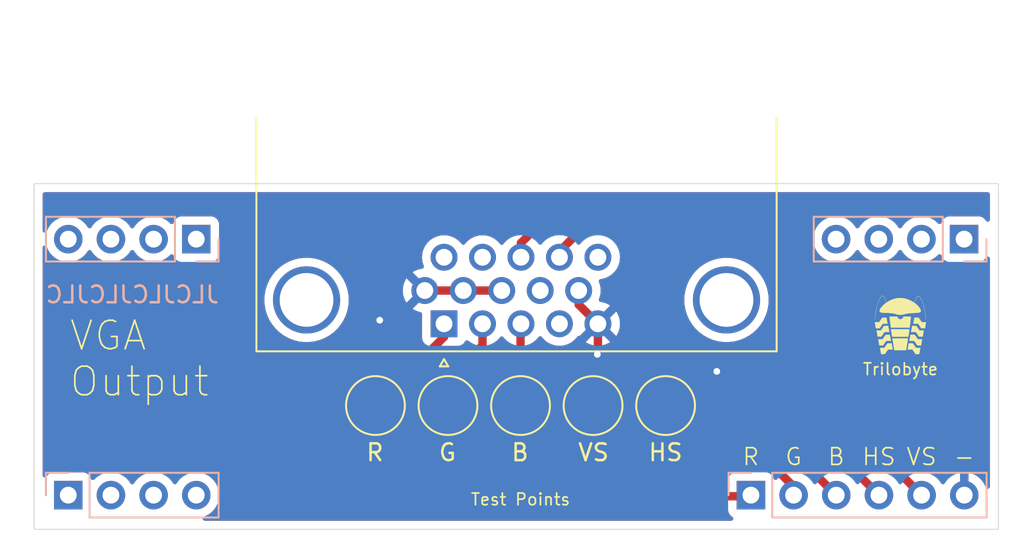
<source format=kicad_pcb>
(kicad_pcb (version 20211014) (generator pcbnew)
  (layers (0 "F.Cu" signal) (31 "B.Cu" signal) (34 "B.Paste" user) (35 "F.Paste" user) (36 "B.SilkS" user "B.Silkscreen") (37 "F.SilkS" user "F.Silkscreen") (38 "B.Mask" user) (39 "F.Mask" user) (44 "Edge.Cuts" user))
  (net 0 "")
  (net 7 "VGA_RED")
  (net 8 "VGA_GREEN")
  (net 9 "VGA_BLUE")
  (net 10 "GND")
  (net 11 "HSYNC")
  (net 12 "VSYNC")
  (footprint "TestPoint:TestPoint_Pad_D3.0mm" (layer "F.Cu") (at 147.574 100.076)
    (fp_text reference "TP1" hide)
    (fp_text value "TestPoint_Probe" hide)
    (fp_circle (center 0 0) (end 0 1.75) (layer "F.SilkS") (width 0.12) (fill none))
    (pad "1" smd circle locked (at 0 0) (size 3 3) (layers "F.Cu" "F.Mask") (net 9 "VGA_BLUE"))
  )
  (footprint "Stephenv6:trilobyte-logo-tiny" (layer "F.Cu") (at 170.18 89.408)
    (fp_text reference "REF**" hide)
    (fp_text value "trilobyte-logo-tiny" hide)
    (fp_line (start 1.18856 4.238838) (end 1.210349 4.268917) (layer "F.SilkS") (width 0.013229))
    (fp_line (start -1.47656 5.210416) (end -1.499947 5.371484) (layer "F.SilkS") (width 0.013229))
    (fp_line (start 1.210349 4.268917) (end 1.252942 4.340618) (layer "F.SilkS") (width 0.013229))
    (fp_line (start 1.089605 4.160794) (end 1.108118 4.167306) (layer "F.SilkS") (width 0.013229))
    (fp_line (start -0.985756 4.167441) (end -1.001398 4.154511) (layer "F.SilkS") (width 0.013229))
    (fp_line (start -1.308313 4.495001) (end -1.341206 4.594051) (layer "F.SilkS") (width 0.013229))
    (fp_line (start -1.017583 4.145139) (end -1.034326 4.13949) (layer "F.SilkS") (width 0.013229))
    (fp_line (start -1.051645 4.137731) (end -1.069555 4.140024) (layer "F.SilkS") (width 0.013229))
    (fp_line (start -0.82438 4.584313) (end -0.84485 4.497365) (layer "F.SilkS") (width 0.013229))
    (fp_line (start -1.190348 4.248147) (end -1.190348 4.248147) (layer "F.SilkS") (width 0.013229))
    (fp_line (start 1.054383 4.16026) (end 1.071699 4.1585) (layer "F.SilkS") (width 0.013229))
    (fp_line (start -1.069555 4.140024) (end -1.088073 4.146536) (layer "F.SilkS") (width 0.013229))
    (fp_line (start -0.787086 4.771878) (end -0.82438 4.584313) (layer "F.SilkS") (width 0.013229))
    (fp_line (start 0.961979 4.246704) (end 0.990699 4.204535) (layer "F.SilkS") (width 0.013229))
    (fp_line (start 0.807092 4.792648) (end 0.844399 4.605083) (layer "F.SilkS") (width 0.013229))
    (fp_line (start 0.773786 4.989642) (end 0.807092 4.792648) (layer "F.SilkS") (width 0.013229))
    (fp_line (start -1.190348 4.248147) (end -1.232963 4.319849) (layer "F.SilkS") (width 0.013229))
    (fp_line (start 1.021458 4.17528) (end 1.037641 4.165909) (layer "F.SilkS") (width 0.013229))
    (fp_line (start -1.168547 4.218069) (end -1.190348 4.248147) (layer "F.SilkS") (width 0.013229))
    (fp_line (start 0.886745 4.437504) (end 0.910131 4.364508) (layer "F.SilkS") (width 0.013229))
    (fp_line (start 1.167459 4.213803) (end 1.18856 4.238838) (layer "F.SilkS") (width 0.013229))
    (fp_line (start 1.037641 4.165909) (end 1.054383 4.16026) (layer "F.SilkS") (width 0.013229))
    (fp_line (start 0.935166 4.300469) (end 0.961979 4.246704) (layer "F.SilkS") (width 0.013229))
    (fp_line (start -1.232963 4.319849) (end -1.272259 4.402867) (layer "F.SilkS") (width 0.013229))
    (fp_line (start -1.397819 4.804102) (end -1.442727 5.015423) (layer "F.SilkS") (width 0.013229))
    (fp_line (start 0.844399 4.605083) (end 0.864877 4.518135) (layer "F.SilkS") (width 0.013229))
    (fp_line (start -1.272259 4.402867) (end -1.308313 4.495001) (layer "F.SilkS") (width 0.013229))
    (fp_line (start -0.753785 4.968872) (end -0.787086 4.771878) (layer "F.SilkS") (width 0.013229))
    (fp_line (start -1.499947 5.371484) (end -1.517902 5.521455) (layer "F.SilkS") (width 0.013229))
    (fp_line (start -1.107215 4.157432) (end -1.126997 4.172876) (layer "F.SilkS") (width 0.013229))
    (fp_line (start 0.864877 4.518135) (end 0.886745 4.437504) (layer "F.SilkS") (width 0.013229))
    (fp_line (start -0.890087 4.343738) (end -0.915115 4.279699) (layer "F.SilkS") (width 0.013229))
    (fp_line (start 1.51993 5.392142) (end 1.537903 5.542092) (layer "F.SilkS") (width 0.013229))
    (fp_line (start 1.108118 4.167306) (end 1.127254 4.178202) (layer "F.SilkS") (width 0.013229))
    (fp_line (start 1.127254 4.178202) (end 1.147029 4.193646) (layer "F.SilkS") (width 0.013229))
    (fp_line (start -1.126997 4.172876) (end -1.147436 4.193033) (layer "F.SilkS") (width 0.013229))
    (fp_line (start -0.866709 4.416734) (end -0.890087 4.343738) (layer "F.SilkS") (width 0.013229))
    (fp_line (start 1.496527 5.231095) (end 1.51993 5.392142) (layer "F.SilkS") (width 0.013229))
    (fp_line (start -0.97064 4.183765) (end -0.985756 4.167441) (layer "F.SilkS") (width 0.013229))
    (fp_line (start -1.034326 4.13949) (end -1.051645 4.137731) (layer "F.SilkS") (width 0.013229))
    (fp_line (start -1.442727 5.015423) (end -1.47656 5.210416) (layer "F.SilkS") (width 0.013229))
    (fp_line (start 0.990699 4.204535) (end 1.005816 4.188211) (layer "F.SilkS") (width 0.013229))
    (fp_line (start 1.292222 4.423631) (end 1.328265 4.515758) (layer "F.SilkS") (width 0.013229))
    (fp_line (start 1.390957 4.718557) (end 1.417762 4.82483) (layer "F.SilkS") (width 0.013229))
    (fp_line (start 1.252942 4.340618) (end 1.292222 4.423631) (layer "F.SilkS") (width 0.013229))
    (fp_line (start -0.915115 4.279699) (end -0.941923 4.225934) (layer "F.SilkS") (width 0.013229))
    (fp_line (start 1.005816 4.188211) (end 1.021458 4.17528) (layer "F.SilkS") (width 0.013229))
    (fp_line (start -1.088073 4.146536) (end -1.107215 4.157432) (layer "F.SilkS") (width 0.013229))
    (fp_line (start 1.147029 4.193646) (end 1.167459 4.213803) (layer "F.SilkS") (width 0.013229))
    (fp_line (start 1.361151 4.6148) (end 1.390957 4.718557) (layer "F.SilkS") (width 0.013229))
    (fp_line (start -1.001398 4.154511) (end -1.017583 4.145139) (layer "F.SilkS") (width 0.013229))
    (fp_line (start 1.417762 4.82483) (end 1.462679 5.036126) (layer "F.SilkS") (width 0.013229))
    (fp_line (start -1.341206 4.594051) (end -1.371015 4.697818) (layer "F.SilkS") (width 0.013229))
    (fp_line (start -1.147436 4.193033) (end -1.168547 4.218069) (layer "F.SilkS") (width 0.013229))
    (fp_line (start 1.328265 4.515758) (end 1.361151 4.6148) (layer "F.SilkS") (width 0.013229))
    (fp_line (start -0.84485 4.497365) (end -0.866709 4.416734) (layer "F.SilkS") (width 0.013229))
    (fp_line (start -1.371015 4.697818) (end -1.397819 4.804102) (layer "F.SilkS") (width 0.013229))
    (fp_line (start -0.941923 4.225934) (end -0.97064 4.183765) (layer "F.SilkS") (width 0.013229))
    (fp_line (start 1.210349 4.268917) (end 1.210349 4.268917) (layer "F.SilkS") (width 0.013229))
    (fp_line (start 1.462679 5.036126) (end 1.496527 5.231095) (layer "F.SilkS") (width 0.013229))
    (fp_line (start 1.071699 4.1585) (end 1.089605 4.160794) (layer "F.SilkS") (width 0.013229))
    (fp_line (start 0.910131 4.364508) (end 0.935166 4.300469) (layer "F.SilkS") (width 0.013229))
    (fp_poly (pts (xy -0.46539 6.67398) (xy -0.352942 7.371156) (xy 0.347014 7.371156) (xy 0.459462 6.67398) (xy -0.46539 6.67398)) (layer "F.SilkS") (width 0.013229) (fill solid))
    (fp_poly (pts (xy -0.00303 4.266536) (xy -0.069113 4.268348) (xy -0.13437 4.273651) (xy -0.198703 4.282246) (xy -0.262016 4.293934) (xy -0.32421 4.308515) (xy -0.38519 4.32579) (xy -0.444857 4.34556) (xy -0.503115 4.367625) (xy -0.615016 4.417845) (xy -0.720114 4.474856) (xy -0.817634 4.537063) (xy -0.906797 4.602871) (xy -0.986828 4.670687) (xy -1.056949 4.738917) (xy -1.116383 4.805965) (xy -1.164355 4.870239) (xy -1.200085 4.930143) (xy -1.222799 4.984083) (xy -1.229031 5.008318) (xy -1.231718 5.030465) (xy -1.230762 5.050323) (xy -1.226067 5.067695) (xy -1.219423 5.079972) (xy -1.210251 5.09087) (xy -1.198654 5.100477) (xy -1.184733 5.108882) (xy -1.168593 5.116176) (xy -1.150335 5.122447) (xy -1.130063 5.127785) (xy -1.107878 5.13228) (xy -1.058184 5.139097) (xy -1.002073 5.143613) (xy -0.87389 5.148607) (xy -0.729899 5.152988) (xy -0.65403 5.156737) (xy -0.576674 5.162479) (xy -0.498651 5.170931) (xy -0.420785 5.182808) (xy -0.382167 5.190254) (xy -0.343895 5.198825) (xy -0.306074 5.208609) (xy -0.268804 5.219698) (xy -0.237212 5.229651) (xy -0.205341 5.238342) (xy -0.17323 5.24577) (xy -0.140914 5.251933) (xy -0.108432 5.256832) (xy -0.07582 5.260466) (xy -0.043116 5.262834) (xy -0.010356 5.263936) (xy 0.022421 5.263771) (xy 0.05518 5.262339) (xy 0.087882 5.259639) (xy 0.120491 5.255671) (xy 0.15297 5.250434) (xy 0.185281 5.243928) (xy 0.217387 5.236152) (xy 0.249251 5.227106) (xy 0.326672 5.207381) (xy 0.405603 5.192106) (xy 0.485243 5.180607) (xy 0.564789 5.172209) (xy 0.720386 5.162017) (xy 0.865977 5.156131) (xy 0.995141 5.149154) (xy 1.051557 5.14357) (xy 1.101458 5.135688) (xy 1.144043 5.124835) (xy 1.178509 5.110334) (xy 1.192447 5.101506) (xy 1.204054 5.091512) (xy 1.213229 5.08027) (xy 1.219874 5.067695) (xy 1.224588 5.049974) (xy 1.225549 5.029809) (xy 1.222856 5.007398) (xy 1.216606 4.982938) (xy 1.206899 4.956625) (xy 1.193833 4.928658) (xy 1.177505 4.899232) (xy 1.158015 4.868546) (xy 1.13546 4.836796) (xy 1.109939 4.80418) (xy 1.08155 4.770895) (xy 1.050391 4.737138) (xy 1.016561 4.703106) (xy 0.980158 4.668996) (xy 0.94128 4.635006) (xy 0.900026 4.601333) (xy 0.856493 4.568174) (xy 0.810781 4.535726) (xy 0.762987 4.504186) (xy 0.71321 4.473751) (xy 0.661548 4.444619) (xy 0.608099 4.416987) (xy 0.552962 4.391052) (xy 0.496234 4.367012) (xy 0.438015 4.345062) (xy 0.378403 4.325401) (xy 0.317495 4.308226) (xy 0.255391 4.293733) (xy 0.192188 4.282121) (xy 0.127984 4.273586) (xy 0.062879 4.268325) (xy -0.00303 4.266536)) (layer "F.SilkS") (width 0.013229) (fill solid))
    (fp_poly (pts (xy -0.643983 5.370907) (xy -0.174877 5.370907) (xy -0.174098 5.37687) (xy -0.173147 5.382805) (xy -0.172026 5.388707) (xy -0.170736 5.394574) (xy -0.169277 5.4004) (xy -0.16765 5.406184) (xy -0.165856 5.41192) (xy -0.163897 5.417606) (xy -0.162846 5.420012) (xy -0.161749 5.422396) (xy -0.160607 5.424757) (xy -0.15942 5.427094) (xy -0.158188 5.429406) (xy -0.156912 5.431694) (xy -0.155592 5.433956) (xy -0.154229 5.436192) (xy -0.152823 5.438401) (xy -0.151373 5.440583) (xy -0.149882 5.442736) (xy -0.148349 5.444861) (xy -0.146774 5.446956) (xy -0.145158 5.449022) (xy -0.143501 5.451056) (xy -0.141804 5.45306) (xy -0.139515 5.455978) (xy -0.137175 5.458852) (xy -0.134784 5.461681) (xy -0.132342 5.464465) (xy -0.12985 5.467202) (xy -0.127309 5.469892) (xy -0.124719 5.472535) (xy -0.122081 5.475129) (xy -0.119397 5.477675) (xy -0.116665 5.480171) (xy -0.113888 5.482617) (xy -0.111066 5.485012) (xy -0.108199 5.487355) (xy -0.105289 5.489647) (xy -0.102335 5.491885) (xy -0.099339 5.494071) (xy -0.095465 5.49671) (xy -0.091534 5.499255) (xy -0.087548 5.501704) (xy -0.083508 5.504058) (xy -0.079415 5.506314) (xy -0.075273 5.508472) (xy -0.071082 5.510532) (xy -0.066844 5.512492) (xy -0.062561 5.514352) (xy -0.058235 5.516111) (xy -0.053868 5.517768) (xy -0.049461 5.519322) (xy -0.045016 5.520773) (xy -0.040535 5.52212) (xy -0.03602 5.523361) (xy -0.031473 5.524497) (xy -0.027056 5.525552) (xy -0.022616 5.5265) (xy -0.018156 5.52734) (xy -0.013678 5.528073) (xy -0.009184 5.528698) (xy -0.004675 5.529214) (xy -0.000154 5.529622) (xy 0.004378 5.529922) (xy 0.008588 5.530073) (xy 0.012799 5.530125) (xy 0.01701 5.530076) (xy 0.021217 5.529928) (xy 0.025419 5.529679) (xy 0.029615 5.52933) (xy 0.033802 5.528882) (xy 0.03798 5.528334) (xy 0.042011 5.527593) (xy 0.046021 5.526761) (xy 0.050008 5.525841) (xy 0.05397 5.524831) (xy 0.057907 5.523733) (xy 0.061817 5.522548) (xy 0.065698 5.521275) (xy 0.069549 5.519915) (xy 0.073369 5.518469) (xy 0.077155 5.516937) (xy 0.080907 5.51532) (xy 0.084623 5.513618) (xy 0.088302 5.511833) (xy 0.091942 5.509964) (xy 0.095541 5.508011) (xy 0.099099 5.505976) (xy 0.102816 5.503865) (xy 0.106485 5.501676) (xy 0.110102 5.49941) (xy 0.113669 5.497068) (xy 0.117182 5.494651) (xy 0.120641 5.492159) (xy 0.124046 5.489595) (xy 0.127394 5.486959) (xy 0.130684 5.484251) (xy 0.133917 5.481473) (xy 0.137089 5.478625) (xy 0.140201 5.475709) (xy 0.14325 5.472726) (xy 0.146237 5.469675) (xy 0.149159 5.466559) (xy 0.152016 5.463379) (xy 0.15456 5.46061) (xy 0.15703 5.457782) (xy 0.159426 5.454895) (xy 0.161747 5.45195) (xy 0.163991 5.44895) (xy 0.166158 5.445896) (xy 0.168247 5.442789) (xy 0.170256 5.439632) (xy 0.172185 5.436424) (xy 0.174034 5.433169) (xy 0.1758 5.429867) (xy 0.177483 5.42652) (xy 0.179083 5.423129) (xy 0.180598 5.419696) (xy 0.182026 5.416223) (xy 0.183369 5.412711) (xy 0.184965 5.407551) (xy 0.186493 5.40237) (xy 0.187952 5.39717) (xy 0.189343 5.391952) (xy 0.190665 5.386716) (xy 0.191918 5.381463) (xy 0.193102 5.376193) (xy 0.194217 5.370907) (xy 0.634483 5.370907) (xy 0.559474 6.024692) (xy -0.555877 6.024692) (xy -0.643983 5.370907)) (layer "F.SilkS") (width 0.013229) (fill solid))
    (fp_poly (pts (xy 0.504838 6.969519) (xy 0.439221 7.330279) (xy 0.724706 7.330279) (xy 0.911767 7.60227) (xy 1.129783 7.60227) (xy 1.191431 7.239527) (xy 0.940739 7.241511) (xy 0.745873 6.969519) (xy 0.504838 6.969519)) (layer "F.SilkS") (width 0.013229) (fill solid))
    (fp_poly (pts (xy 0.845621 5.434804) (xy 0.780004 5.795431) (xy 1.06549 5.795431) (xy 1.25255 6.067422) (xy 1.470566 6.067422) (xy 1.532214 5.704811) (xy 1.281522 5.706795) (xy 1.086656 5.434804) (xy 0.845621 5.434804)) (layer "F.SilkS") (width 0.013229) (fill solid))
    (fp_poly (pts (xy -0.825091 5.434804) (xy -0.759606 5.795431) (xy -1.045092 5.795431) (xy -1.232152 6.067422) (xy -1.450169 6.067422) (xy -1.511817 5.704811) (xy -1.261124 5.706795) (xy -1.066258 5.434804) (xy -0.825091 5.434804)) (layer "F.SilkS") (width 0.013229) (fill solid))
    (fp_poly (pts (xy 0.612523 6.455963) (xy 0.547039 6.81659) (xy 0.832392 6.81659) (xy 1.019584 7.088582) (xy 1.237469 7.088582) (xy 1.299249 6.72597) (xy 1.048556 6.727955) (xy 0.853691 6.455963) (xy 0.612523 6.455963)) (layer "F.SilkS") (width 0.013229) (fill solid))
    (fp_poly (pts (xy -0.620965 6.455963) (xy -0.55548 6.81659) (xy -0.840833 6.81659) (xy -1.028026 7.088582) (xy -1.24591 7.088582) (xy -1.307691 6.72597) (xy -1.056866 6.727955) (xy -0.862132 6.455963) (xy -0.620965 6.455963)) (layer "F.SilkS") (width 0.013229) (fill solid))
    (fp_poly (pts (xy -0.301348 4.606922) (xy -0.30145 4.607871) (xy -0.30172 4.609548) (xy -0.302538 4.614033) (xy -0.303729 4.620152) (xy -0.314845 4.62122) (xy -0.325934 4.622514) (xy -0.336992 4.624032) (xy -0.348016 4.625774) (xy -0.359003 4.627739) (xy -0.369948 4.629927) (xy -0.380849 4.632336) (xy -0.391702 4.634968) (xy -0.397398 4.636709) (xy -0.40307 4.638525) (xy -0.408716 4.640416) (xy -0.414337 4.64238) (xy -0.419932 4.644419) (xy -0.425499 4.646531) (xy -0.431039 4.648716) (xy -0.43655 4.650975) (xy -0.438162 4.651618) (xy -0.439975 4.652373) (xy -0.444504 4.654316) (xy -0.450744 4.657003) (xy -0.459304 4.660633) (xy -0.482323 4.670422) (xy -0.48719 4.672742) (xy -0.492019 4.675137) (xy -0.49681 4.677607) (xy -0.501562 4.680151) (xy -0.506273 4.682769) (xy -0.510944 4.68546) (xy -0.515572 4.688223) (xy -0.520158 4.691059) (xy -0.525081 4.694723) (xy -0.52995 4.698538) (xy -0.539654 4.706439) (xy -0.544556 4.710431) (xy -0.549533 4.714389) (xy -0.554619 4.718266) (xy -0.557212 4.72016) (xy -0.559846 4.722016) (xy -0.560278 4.722556) (xy -0.560719 4.723088) (xy -0.561169 4.723612) (xy -0.561628 4.724129) (xy -0.562096 4.724638) (xy -0.562572 4.725139) (xy -0.563056 4.725632) (xy -0.563549 4.726117) (xy -0.564348 4.726898) (xy -0.565077 4.727576) (xy -0.565766 4.728187) (xy -0.566444 4.728763) (xy -0.567884 4.729949) (xy -0.568706 4.730628) (xy -0.569635 4.731409) (xy -0.574662 4.736436) (xy -0.581938 4.744638) (xy -0.586833 4.750326) (xy -0.591159 4.748767) (xy -0.595439 4.747094) (xy -0.599671 4.745308) (xy -0.603853 4.743409) (xy -0.607983 4.7414) (xy -0.612059 4.739281) (xy -0.616078 4.737052) (xy -0.620038 4.734716) (xy -0.622086 4.733576) (xy -0.624096 4.732377) (xy -0.626066 4.73112) (xy -0.627996 4.729806) (xy -0.629883 4.728436) (xy -0.631728 4.727011) (xy -0.633529 4.725532) (xy -0.635284 4.724001) (xy -0.636993 4.722418) (xy -0.638654 4.720784) (xy -0.640266 4.719101) (xy -0.641828 4.717369) (xy -0.64334 4.71559) (xy -0.644799 4.713764) (xy -0.646204 4.711893) (xy -0.647555 4.709977) (xy -0.657609 4.691457) (xy -0.641734 4.673862) (xy -0.635913 4.667925) (xy -0.63113 4.663091) (xy -0.628998 4.660961) (xy -0.627315 4.65931) (xy -0.623572 4.655681) (xy -0.619768 4.652119) (xy -0.615903 4.648625) (xy -0.611978 4.645198) (xy -0.607994 4.641841) (xy -0.603952 4.638553) (xy -0.599853 4.635336) (xy -0.595697 4.63219) (xy -0.592168 4.629313) (xy -0.588592 4.626497) (xy -0.584971 4.623741) (xy -0.581303 4.621046) (xy -0.577592 4.618414) (xy -0.573836 4.615843) (xy -0.570037 4.613336) (xy -0.566196 4.610892) (xy -0.564048 4.609563) (xy -0.561863 4.608246) (xy -0.557332 4.6056) (xy -0.547278 4.599911) (xy -0.540529 4.596182) (xy -0.535157 4.593297) (xy -0.531149 4.591205) (xy -0.528493 4.589857) (xy -0.516851 4.584036) (xy -0.501875 4.577167) (xy -0.486736 4.570687) (xy -0.47144 4.564597) (xy -0.455997 4.558902) (xy -0.440413 4.553604) (xy -0.424696 4.548705) (xy -0.408854 4.544208) (xy -0.392894 4.540116) (xy -0.378848 4.537192) (xy -0.364865 4.534588) (xy -0.351501 4.532325) (xy -0.339316 4.530425) (xy -0.313519 4.526886) (xy -0.312543 4.529197) (xy -0.310178 4.534956) (xy -0.308739 4.538578) (xy -0.307268 4.542401) (xy -0.305872 4.546206) (xy -0.304655 4.549773) (xy -0.303712 4.553266) (xy -0.302866 4.55678) (xy -0.302119 4.560311) (xy -0.301469 4.563858) (xy -0.300917 4.567419) (xy -0.300463 4.570992) (xy -0.300108 4.574575) (xy -0.29985 4.578165) (xy -0.299692 4.581761) (xy -0.299632 4.585361) (xy -0.29967 4.588962) (xy -0.299808 4.592563) (xy -0.300044 4.596162) (xy -0.300379 4.599756) (xy -0.300814 4.603344) (xy -0.301348 4.606922)) (layer "F.SilkS") (width 0.013229) (fill solid))
    (fp_poly (pts (xy -0.513279 6.969519) (xy -0.447662 7.330279) (xy -0.733148 7.330279) (xy -0.920208 7.60227) (xy -1.138225 7.60227) (xy -1.199873 7.239527) (xy -0.94918 7.241511) (xy -0.754314 6.969519) (xy -0.513279 6.969519)) (layer "F.SilkS") (width 0.013229) (fill solid))
    (fp_poly (pts (xy -0.55548 6.131452) (xy 0.546509 6.131452) (xy 0.481951 6.567088) (xy -0.479545 6.567088) (xy -0.55548 6.131452)) (layer "F.SilkS") (width 0.013229) (fill solid))
    (fp_poly (pts (xy -0.720448 5.929045) (xy -0.654963 6.289804) (xy -0.940449 6.289804) (xy -1.127509 6.561796) (xy -1.345394 6.561796) (xy -1.407174 6.199185) (xy -1.156481 6.201037) (xy -0.961616 5.929045) (xy -0.720448 5.929045)) (layer "F.SilkS") (width 0.013229) (fill solid))
    (fp_poly (pts (xy 0.591489 4.7199) (xy 0.588609 4.722146) (xy 0.585669 4.72431) (xy 0.582672 4.726392) (xy 0.579619 4.728389) (xy 0.576512 4.7303) (xy 0.573352 4.732125) (xy 0.570142 4.733862) (xy 0.566882 4.73551) (xy 0.565314 4.734224) (xy 0.561277 4.730979) (xy 0.558646 4.728908) (xy 0.555776 4.726692) (xy 0.552791 4.724445) (xy 0.549817 4.722281) (xy 0.547521 4.720793) (xy 0.545204 4.719338) (xy 0.542868 4.717915) (xy 0.540512 4.716525) (xy 0.538137 4.715169) (xy 0.535743 4.713846) (xy 0.53333 4.712556) (xy 0.530899 4.711301) (xy 0.520299 4.70505) (xy 0.513728 4.701106) (xy 0.506425 4.696617) (xy 0.482745 4.685768) (xy 0.478228 4.683897) (xy 0.472806 4.681717) (xy 0.469752 4.680537) (xy 0.466467 4.679313) (xy 0.462949 4.678054) (xy 0.459197 4.676772) (xy 0.447902 4.673267) (xy 0.441058 4.671191) (xy 0.433532 4.668967) (xy 0.42064 4.665311) (xy 0.412848 4.663193) (xy 0.404213 4.660947) (xy 0.394779 4.65862) (xy 0.384586 4.656261) (xy 0.373678 4.653917) (xy 0.362095 4.651637) (xy 0.351921 4.649786) (xy 0.341721 4.648099) (xy 0.331496 4.646577) (xy 0.321249 4.645221) (xy 0.310981 4.64403) (xy 0.300695 4.643004) (xy 0.290391 4.642144) (xy 0.280074 4.641451) (xy 0.278916 4.632802) (xy 0.277953 4.624875) (xy 0.277516 4.620852) (xy 0.277163 4.617109) (xy 0.276691 4.612367) (xy 0.276377 4.607617) (xy 0.276222 4.602861) (xy 0.276226 4.598103) (xy 0.276388 4.593349) (xy 0.276709 4.588601) (xy 0.277187 4.583864) (xy 0.277825 4.579142) (xy 0.278632 4.575153) (xy 0.279516 4.571182) (xy 0.280477 4.56723) (xy 0.281515 4.563298) (xy 0.282629 4.559387) (xy 0.283818 4.555497) (xy 0.285083 4.551631) (xy 0.286423 4.547788) (xy 0.286424 4.547788) (xy 0.309525 4.55017) (xy 0.320343 4.551393) (xy 0.332132 4.552811) (xy 0.344372 4.554397) (xy 0.356538 4.556123) (xy 0.366155 4.557602) (xy 0.375748 4.559216) (xy 0.385316 4.560966) (xy 0.394859 4.56285) (xy 0.404373 4.56487) (xy 0.413859 4.567023) (xy 0.423314 4.569311) (xy 0.432738 4.571733) (xy 0.44153 4.574085) (xy 0.450284 4.576569) (xy 0.458999 4.579185) (xy 0.467672 4.581932) (xy 0.476303 4.58481) (xy 0.48489 4.587818) (xy 0.493432 4.590956) (xy 0.501926 4.594223) (xy 0.515156 4.599647) (xy 0.522316 4.602458) (xy 0.525927 4.603926) (xy 0.529576 4.605468) (xy 0.533807 4.607359) (xy 0.53882 4.609685) (xy 0.549155 4.614596) (xy 0.553969 4.617186) (xy 0.558496 4.619689) (xy 0.566733 4.624386) (xy 0.573954 4.628586) (xy 0.580244 4.632191) (xy 0.583443 4.633977) (xy 0.586617 4.635806) (xy 0.589766 4.637678) (xy 0.592889 4.639593) (xy 0.595986 4.641549) (xy 0.599056 4.643548) (xy 0.602099 4.645588) (xy 0.605114 4.647669) (xy 0.60785 4.649735) (xy 0.610547 4.651849) (xy 0.613205 4.654011) (xy 0.615823 4.656222) (xy 0.618401 4.658479) (xy 0.620937 4.660783) (xy 0.623432 4.663133) (xy 0.625884 4.665528) (xy 0.608422 4.696881) (xy 0.607693 4.698537) (xy 0.606917 4.700169) (xy 0.606095 4.701775) (xy 0.605227 4.703354) (xy 0.604313 4.704906) (xy 0.603356 4.706429) (xy 0.602354 4.707924) (xy 0.60131 4.709388) (xy 0.600223 4.710821) (xy 0.599095 4.712222) (xy 0.597926 4.713589) (xy 0.596716 4.714923) (xy 0.595467 4.716222) (xy 0.594178 4.717485) (xy 0.592852 4.718711) (xy 0.591488 4.7199) (xy 0.591489 4.7199)) (layer "F.SilkS") (width 0.013229) (fill solid))
    (fp_poly (pts (xy 0.712006 5.929045) (xy 0.646522 6.289804) (xy 0.932007 6.289804) (xy 1.119068 6.561796) (xy 1.337084 6.561796) (xy 1.398732 6.199185) (xy 1.14804 6.201037) (xy 0.953174 5.929045) (xy 0.712006 5.929045)) (layer "F.SilkS") (width 0.013229) (fill solid))
  )
  (footprint "TestPoint:TestPoint_Pad_D3.0mm" (layer "F.Cu") (at 156.21 100.076)
    (fp_text reference "TP4" hide)
    (fp_text value "TestPoint_Probe" hide)
    (fp_circle (center 0 0) (end 0 1.75) (layer "F.SilkS") (width 0.12) (fill none))
    (pad "1" smd circle locked (at 0 0) (size 3 3) (layers "F.Cu" "F.Mask") (net 11 "HSYNC"))
  )
  (footprint "TestPoint:TestPoint_Pad_D3.0mm" (layer "F.Cu") (at 151.892 100.076)
    (fp_text reference "TP5" hide)
    (fp_text value "TestPoint_Probe" hide)
    (fp_circle (center 0 0) (end 0 1.75) (layer "F.SilkS") (width 0.12) (fill none))
    (pad "1" smd circle locked (at 0 0) (size 3 3) (layers "F.Cu" "F.Mask") (net 12 "VSYNC"))
  )
  (footprint "TestPoint:TestPoint_Pad_D3.0mm" (layer "F.Cu") (at 143.256 100.076)
    (fp_text reference "TP2" hide)
    (fp_text value "TestPoint_Probe" hide)
    (fp_circle (center 0 0) (end 0 1.75) (layer "F.SilkS") (width 0.12) (fill none))
    (pad "1" smd circle locked (at 0 0) (size 3 3) (layers "F.Cu" "F.Mask") (net 8 "VGA_GREEN"))
  )
  (footprint "Connector_Dsub:DSUB-15-HD_Female_Horizontal_P2.29x1.98mm_EdgePinOffset8.35mm_Housed_MountingHolesOffset10.89mm" (layer "F.Cu") (at 143.02 95.208331 180)
    (fp_text reference "J1" hide)
    (fp_text value "DB15_Male_HighDensity_MountingHoles" hide)
    (fp_line (start -19.8 12.25) (end -19.8 -1.64) (layer "F.SilkS") (width 0.12))
    (fp_line (start 11.17 -1.64) (end 11.17 12.25) (layer "F.SilkS") (width 0.12))
    (fp_line (start 0 -2.101325) (end -0.25 -2.534338) (layer "F.SilkS") (width 0.12))
    (fp_line (start -19.8 -1.64) (end 11.17 -1.64) (layer "F.SilkS") (width 0.12))
    (fp_line (start 0.25 -2.534338) (end 0 -2.101325) (layer "F.SilkS") (width 0.12))
    (fp_line (start -0.25 -2.534338) (end 0.25 -2.534338) (layer "F.SilkS") (width 0.12))
    (pad "0" thru_hole circle locked (at -16.815 1.42 180) (size 4 4) (drill 3.2) (layers *.Cu *.Mask))
    (pad "0" thru_hole circle locked (at 8.185 1.42 180) (size 4 4) (drill 3.2) (layers *.Cu *.Mask))
    (pad "1" thru_hole rect locked (at 0 0 180) (size 1.6 1.6) (drill 1) (layers *.Cu *.Mask) (net 7 "VGA_RED"))
    (pad "2" thru_hole circle locked (at -2.29 0 180) (size 1.6 1.6) (drill 1) (layers *.Cu *.Mask) (net 8 "VGA_GREEN"))
    (pad "3" thru_hole circle locked (at -4.58 0 180) (size 1.6 1.6) (drill 1) (layers *.Cu *.Mask) (net 9 "VGA_BLUE"))
    (pad "4" thru_hole circle locked (at -6.87 0 180) (size 1.6 1.6) (drill 1) (layers *.Cu *.Mask))
    (pad "5" thru_hole circle locked (at -9.16 0 180) (size 1.6 1.6) (drill 1) (layers *.Cu *.Mask) (net 10 "GND"))
    (pad "6" thru_hole circle locked (at 1.145 1.98 180) (size 1.6 1.6) (drill 1) (layers *.Cu *.Mask) (net 10 "GND"))
    (pad "7" thru_hole circle locked (at -1.145 1.98 180) (size 1.6 1.6) (drill 1) (layers *.Cu *.Mask) (net 10 "GND"))
    (pad "8" thru_hole circle locked (at -3.435 1.98 180) (size 1.6 1.6) (drill 1) (layers *.Cu *.Mask) (net 10 "GND"))
    (pad "9" thru_hole circle locked (at -5.725 1.98 180) (size 1.6 1.6) (drill 1) (layers *.Cu *.Mask))
    (pad "10" thru_hole circle locked (at -8.015 1.98 180) (size 1.6 1.6) (drill 1) (layers *.Cu *.Mask) (net 10 "GND"))
    (pad "11" thru_hole circle locked (at 0 3.96 180) (size 1.6 1.6) (drill 1) (layers *.Cu *.Mask))
    (pad "12" thru_hole circle locked (at -2.29 3.96 180) (size 1.6 1.6) (drill 1) (layers *.Cu *.Mask))
    (pad "13" thru_hole circle locked (at -4.58 3.96 180) (size 1.6 1.6) (drill 1) (layers *.Cu *.Mask) (net 11 "HSYNC"))
    (pad "14" thru_hole circle locked (at -6.87 3.96 180) (size 1.6 1.6) (drill 1) (layers *.Cu *.Mask) (net 12 "VSYNC"))
    (pad "15" thru_hole circle locked (at -9.16 3.96 180) (size 1.6 1.6) (drill 1) (layers *.Cu *.Mask))
  )
  (footprint "TestPoint:TestPoint_Pad_D3.0mm" (layer "F.Cu") (at 138.938 100.076)
    (fp_text reference "TP3" hide)
    (fp_text value "TestPoint_Probe" hide)
    (fp_circle (center 0 0) (end 0 1.75) (layer "F.SilkS") (width 0.12) (fill none))
    (pad "1" smd circle locked (at 0 0) (size 3 3) (layers "F.Cu" "F.Mask") (net 7 "VGA_RED"))
  )
  (footprint "Connector_PinHeader_2.54mm:PinHeader_1x04_P2.54mm_Vertical" (layer "B.Cu") (at 120.65 105.41 -90)
    (fp_text reference "J2" hide)
    (fp_text value "Conn_01x04" hide)
    (fp_line (start -1.33 -1.27) (end -1.33 -8.95) (layer "B.SilkS") (width 0.12))
    (fp_line (start -1.33 -8.95) (end 1.33 -8.95) (layer "B.SilkS") (width 0.12))
    (fp_line (start 1.33 -1.27) (end 1.33 -8.95) (layer "B.SilkS") (width 0.12))
    (fp_line (start -1.33 0) (end -1.33 1.33) (layer "B.SilkS") (width 0.12))
    (fp_line (start -1.33 -1.27) (end 1.33 -1.27) (layer "B.SilkS") (width 0.12))
    (fp_line (start -1.33 1.33) (end 0 1.33) (layer "B.SilkS") (width 0.12))
    (pad "1" thru_hole rect locked (at 0 0 270) (size 1.7 1.7) (drill 1) (layers *.Cu *.Mask))
    (pad "2" thru_hole oval locked (at 0 -2.54 270) (size 1.7 1.7) (drill 1) (layers *.Cu *.Mask))
    (pad "3" thru_hole oval locked (at 0 -5.08 270) (size 1.7 1.7) (drill 1) (layers *.Cu *.Mask))
    (pad "4" thru_hole oval locked (at 0 -7.62 270) (size 1.7 1.7) (drill 1) (layers *.Cu *.Mask))
  )
  (footprint "Connector_PinHeader_2.54mm:PinHeader_1x06_P2.54mm_Vertical" (layer "B.Cu") (at 161.29 105.41 -90)
    (fp_text reference "J3" hide)
    (fp_text value "Conn_01x06" hide)
    (fp_line (start -1.33 0) (end -1.33 1.33) (layer "B.SilkS") (width 0.12))
    (fp_line (start -1.33 -1.27) (end -1.33 -14.03) (layer "B.SilkS") (width 0.12))
    (fp_line (start 1.33 -1.27) (end 1.33 -14.03) (layer "B.SilkS") (width 0.12))
    (fp_line (start -1.33 1.33) (end 0 1.33) (layer "B.SilkS") (width 0.12))
    (fp_line (start -1.33 -14.03) (end 1.33 -14.03) (layer "B.SilkS") (width 0.12))
    (fp_line (start -1.33 -1.27) (end 1.33 -1.27) (layer "B.SilkS") (width 0.12))
    (pad "1" thru_hole rect locked (at 0 0 270) (size 1.7 1.7) (drill 1) (layers *.Cu *.Mask) (net 7 "VGA_RED"))
    (pad "2" thru_hole oval locked (at 0 -2.54 270) (size 1.7 1.7) (drill 1) (layers *.Cu *.Mask) (net 8 "VGA_GREEN"))
    (pad "3" thru_hole oval locked (at 0 -5.08 270) (size 1.7 1.7) (drill 1) (layers *.Cu *.Mask) (net 9 "VGA_BLUE"))
    (pad "4" thru_hole oval locked (at 0 -7.62 270) (size 1.7 1.7) (drill 1) (layers *.Cu *.Mask) (net 12 "VSYNC"))
    (pad "5" thru_hole oval locked (at 0 -10.16 270) (size 1.7 1.7) (drill 1) (layers *.Cu *.Mask) (net 11 "HSYNC"))
    (pad "6" thru_hole oval locked (at 0 -12.7 270) (size 1.7 1.7) (drill 1) (layers *.Cu *.Mask) (net 10 "GND"))
  )
  (footprint "Connector_PinHeader_2.54mm:PinHeader_1x04_P2.54mm_Vertical" (layer "B.Cu") (at 173.98 90.17 90)
    (fp_text reference "J5" hide)
    (fp_text value "Conn_01x04" hide)
    (fp_line (start 1.33 -1.27) (end 1.33 -8.95) (layer "B.SilkS") (width 0.12))
    (fp_line (start -1.33 0) (end -1.33 1.33) (layer "B.SilkS") (width 0.12))
    (fp_line (start -1.33 -1.27) (end -1.33 -8.95) (layer "B.SilkS") (width 0.12))
    (fp_line (start -1.33 -1.27) (end 1.33 -1.27) (layer "B.SilkS") (width 0.12))
    (fp_line (start -1.33 -8.95) (end 1.33 -8.95) (layer "B.SilkS") (width 0.12))
    (fp_line (start -1.33 1.33) (end 0 1.33) (layer "B.SilkS") (width 0.12))
    (pad "1" thru_hole rect locked (at 0 0 90) (size 1.7 1.7) (drill 1) (layers *.Cu *.Mask))
    (pad "2" thru_hole oval locked (at 0 -2.54 90) (size 1.7 1.7) (drill 1) (layers *.Cu *.Mask))
    (pad "3" thru_hole oval locked (at 0 -5.08 90) (size 1.7 1.7) (drill 1) (layers *.Cu *.Mask))
    (pad "4" thru_hole oval locked (at 0 -7.62 90) (size 1.7 1.7) (drill 1) (layers *.Cu *.Mask))
  )
  (footprint "Connector_PinHeader_2.54mm:PinHeader_1x04_P2.54mm_Vertical" (layer "B.Cu") (at 128.27 90.17 90)
    (fp_text reference "J4" hide)
    (fp_text value "Conn_01x04" hide)
    (fp_line (start -1.33 -8.95) (end 1.33 -8.95) (layer "B.SilkS") (width 0.12))
    (fp_line (start -1.33 -1.27) (end -1.33 -8.95) (layer "B.SilkS") (width 0.12))
    (fp_line (start -1.33 1.33) (end 0 1.33) (layer "B.SilkS") (width 0.12))
    (fp_line (start -1.33 -1.27) (end 1.33 -1.27) (layer "B.SilkS") (width 0.12))
    (fp_line (start 1.33 -1.27) (end 1.33 -8.95) (layer "B.SilkS") (width 0.12))
    (fp_line (start -1.33 0) (end -1.33 1.33) (layer "B.SilkS") (width 0.12))
    (pad "1" thru_hole rect locked (at 0 0 90) (size 1.7 1.7) (drill 1) (layers *.Cu *.Mask))
    (pad "2" thru_hole oval locked (at 0 -2.54 90) (size 1.7 1.7) (drill 1) (layers *.Cu *.Mask))
    (pad "3" thru_hole oval locked (at 0 -5.08 90) (size 1.7 1.7) (drill 1) (layers *.Cu *.Mask))
    (pad "4" thru_hole oval locked (at 0 -7.62 90) (size 1.7 1.7) (drill 1) (layers *.Cu *.Mask))
  )
  (gr_rect (start 118.618 86.868) (end 176.022 107.442) (layer "Edge.Cuts") (width 0.05) (fill none))
  (gr_text "JLCJLCJLCJLC" (at 124.46 93.472) (layer "B.SilkS") (effects (font (size 1 1)) (justify mirror)))
  (gr_text "HS" (at 156.21 102.87) (layer "F.SilkS") (effects (font (size 1 1))))
  (gr_text "VS" (at 171.45 103.124) (layer "F.SilkS") (effects (font (size 1 1) (thickness 0.1))))
  (gr_text "Trilobyte" (at 170.19 97.913442) (layer "F.SilkS") (effects (font (size 0.7 0.7) (thickness 0.1))))
  (gr_text "VS" (at 151.922 102.87) (layer "F.SilkS") (effects (font (size 1 1))))
  (gr_text "B" (at 166.37 103.124) (layer "F.SilkS") (effects (font (size 1 1) (thickness 0.1))))
  (gr_text "G" (at 163.83 103.124) (layer "F.SilkS") (effects (font (size 1 1) (thickness 0.1))))
  (gr_text "VGA\nOutput" (at 120.65 97.282) (layer "F.SilkS") (effects (font (size 1.7 1.7) (thickness 0.1)) (justify left)))
  (gr_text "-" (at 173.99 103.124) (layer "F.SilkS") (effects (font (size 1 1) (thickness 0.1))))
  (gr_text "Test Points" (at 147.574 105.664) (layer "F.SilkS") (effects (font (size 0.7 0.7) (thickness 0.1))))
  (gr_text "R" (at 161.29 103.124) (layer "F.SilkS") (effects (font (size 1 1) (thickness 0.1))))
  (gr_text "R" (at 138.908 102.87) (layer "F.SilkS") (effects (font (size 1 1))))
  (gr_text "HS" (at 168.91 103.124) (layer "F.SilkS") (effects (font (size 1 1) (thickness 0.1))))
  (gr_text "G" (at 143.226 102.87) (layer "F.SilkS") (effects (font (size 1 1))))
  (gr_text "B" (at 147.544 102.87) (layer "F.SilkS") (effects (font (size 1 1))))
  (segment (start 161.29 105.41) (end 161.223465 105.476535) (width 0.5) (layer "F.Cu") (net 7))
  (segment (start 161.223465 105.476535) (end 144.338535 105.476535) (width 0.5) (layer "F.Cu") (net 7))
  (segment (start 144.338535 105.476535) (end 138.938 100.076) (width 0.5) (layer "F.Cu") (net 7))
  (segment (start 143.02 95.994) (end 143.02 95.208331) (width 0.5) (layer "F.Cu") (net 7))
  (segment (start 138.938 100.076) (end 143.02 95.994) (width 0.5) (layer "F.Cu") (net 7))
  (segment (start 147.957022 104.777022) (end 143.256 100.076) (width 0.5) (layer "F.Cu") (net 8))
  (segment (start 163.83 104.902) (end 161.798 102.87) (width 0.5) (layer "F.Cu") (net 8))
  (segment (start 145.31 96.498) (end 145.31 95.208331) (width 0.5) (layer "F.Cu") (net 8))
  (segment (start 161.798 102.87) (end 160.274 102.87) (width 0.5) (layer "F.Cu") (net 8))
  (segment (start 143.256 98.552) (end 145.31 96.498) (width 0.5) (layer "F.Cu") (net 8))
  (segment (start 160.274 102.87) (end 158.366978 104.777022) (width 0.5) (layer "F.Cu") (net 8))
  (segment (start 143.256 100.076) (end 143.256 98.552) (width 0.5) (layer "F.Cu") (net 8))
  (segment (start 163.83 105.41) (end 163.83 104.902) (width 0.5) (layer "F.Cu") (net 8))
  (segment (start 158.366978 104.777022) (end 147.957022 104.777022) (width 0.5) (layer "F.Cu") (net 8))
  (segment (start 163.068 102.108) (end 159.766 102.108) (width 0.5) (layer "F.Cu") (net 9))
  (segment (start 159.766 102.108) (end 157.796489 104.077511) (width 0.5) (layer "F.Cu") (net 9))
  (segment (start 166.37 105.41) (end 163.068 102.108) (width 0.5) (layer "F.Cu") (net 9))
  (segment (start 157.796489 104.077511) (end 151.575511 104.077511) (width 0.5) (layer "F.Cu") (net 9))
  (segment (start 147.574 95.234331) (end 147.6 95.208331) (width 0.5) (layer "F.Cu") (net 9))
  (segment (start 151.575511 104.077511) (end 147.574 100.076) (width 0.5) (layer "F.Cu") (net 9))
  (segment (start 147.574 100.076) (end 147.574 95.234331) (width 0.5) (layer "F.Cu") (net 9))
  (segment (start 152.18 96.994) (end 152.146 97.028) (width 0.5) (layer "F.Cu") (net 10))
  (segment (start 151.035 93.228331) (end 151.035 94.063331) (width 0.5) (layer "F.Cu") (net 10))
  (segment (start 151.035 94.063331) (end 152.18 95.208331) (width 0.5) (layer "F.Cu") (net 10))
  (segment (start 141.875 93.228331) (end 146.455 93.228331) (width 0.5) (layer "F.Cu") (net 10))
  (segment (start 152.18 95.208331) (end 152.18 96.994) (width 0.5) (layer "F.Cu") (net 10))
  (via (at 159.258 98.044) (size 0.8) (drill 0.4) (layers "F.Cu" "B.Cu") (net 10))
  (via (at 152.146 97.028) (size 0.8) (drill 0.4) (layers "F.Cu" "B.Cu") (net 10))
  (via (at 139.192 94.996) (size 0.8) (drill 0.4) (layers "F.Cu" "B.Cu") (net 10))
  (segment (start 141.732 97.536) (end 151.638 97.536) (width 0.5) (layer "B.Cu") (net 10))
  (segment (start 139.192 94.996) (end 141.732 97.536) (width 0.5) (layer "B.Cu") (net 10))
  (segment (start 152.146 97.028) (end 158.242 97.028) (width 0.5) (layer "B.Cu") (net 10))
  (segment (start 151.638 97.536) (end 152.146 97.028) (width 0.5) (layer "B.Cu") (net 10))
  (segment (start 158.242 97.028) (end 159.258 98.044) (width 0.5) (layer "B.Cu") (net 10))
  (segment (start 149.352 88.646) (end 147.6 90.398) (width 0.5) (layer "F.Cu") (net 11))
  (segment (start 154.178 88.646) (end 149.352 88.646) (width 0.5) (layer "F.Cu") (net 11))
  (segment (start 171.45 105.41) (end 166.116 100.076) (width 0.5) (layer "F.Cu") (net 11))
  (segment (start 166.116 100.076) (end 156.21 100.076) (width 0.5) (layer "F.Cu") (net 11))
  (segment (start 156.21 100.076) (end 156.21 90.678) (width 0.5) (layer "F.Cu") (net 11))
  (segment (start 156.21 90.678) (end 154.178 88.646) (width 0.5) (layer "F.Cu") (net 11))
  (segment (start 147.6 90.398) (end 147.6 91.248331) (width 0.5) (layer "F.Cu") (net 11))
  (segment (start 154.94 103.124) (end 151.892 100.076) (width 0.5) (layer "F.Cu") (net 12))
  (segment (start 149.89 90.902) (end 149.89 91.248331) (width 0.5) (layer "F.Cu") (net 12))
  (segment (start 168.91 105.41) (end 164.592 101.092) (width 0.5) (layer "F.Cu") (net 12))
  (segment (start 153.416 89.662) (end 151.13 89.662) (width 0.5) (layer "F.Cu") (net 12))
  (segment (start 154.178 97.79) (end 154.178 90.424) (width 0.5) (layer "F.Cu") (net 12))
  (segment (start 154.178 90.424) (end 153.416 89.662) (width 0.5) (layer "F.Cu") (net 12))
  (segment (start 151.13 89.662) (end 149.89 90.902) (width 0.5) (layer "F.Cu") (net 12))
  (segment (start 157.48 103.124) (end 154.94 103.124) (width 0.5) (layer "F.Cu") (net 12))
  (segment (start 151.892 100.076) (end 154.178 97.79) (width 0.5) (layer "F.Cu") (net 12))
  (segment (start 159.512 101.092) (end 157.48 103.124) (width 0.5) (layer "F.Cu") (net 12))
  (segment (start 164.592 101.092) (end 159.512 101.092) (width 0.5) (layer "F.Cu") (net 12))
  (zone (net 10) (net_name "GND") (layer "F.Cu") (connect_pads (clearance 0.508)) (min_thickness 0.254) (fill yes (thermal_gap 0.508) (thermal_bridge_width 0.508))
    (polygon (pts (xy 177.546 85.598) (xy 177.546 108.966) (xy 117.094 109.22) (xy 116.586 84.836)))
  )
  (zone (net 10) (net_name "GND") (layer "B.Cu") (connect_pads (clearance 0.508)) (min_thickness 0.254) (fill yes (thermal_gap 0.508) (thermal_bridge_width 0.508))
    (polygon (pts (xy 177.546 108.966) (xy 118.11 108.204) (xy 117.348 85.852) (xy 177.292 85.852)))
  )
)
</source>
